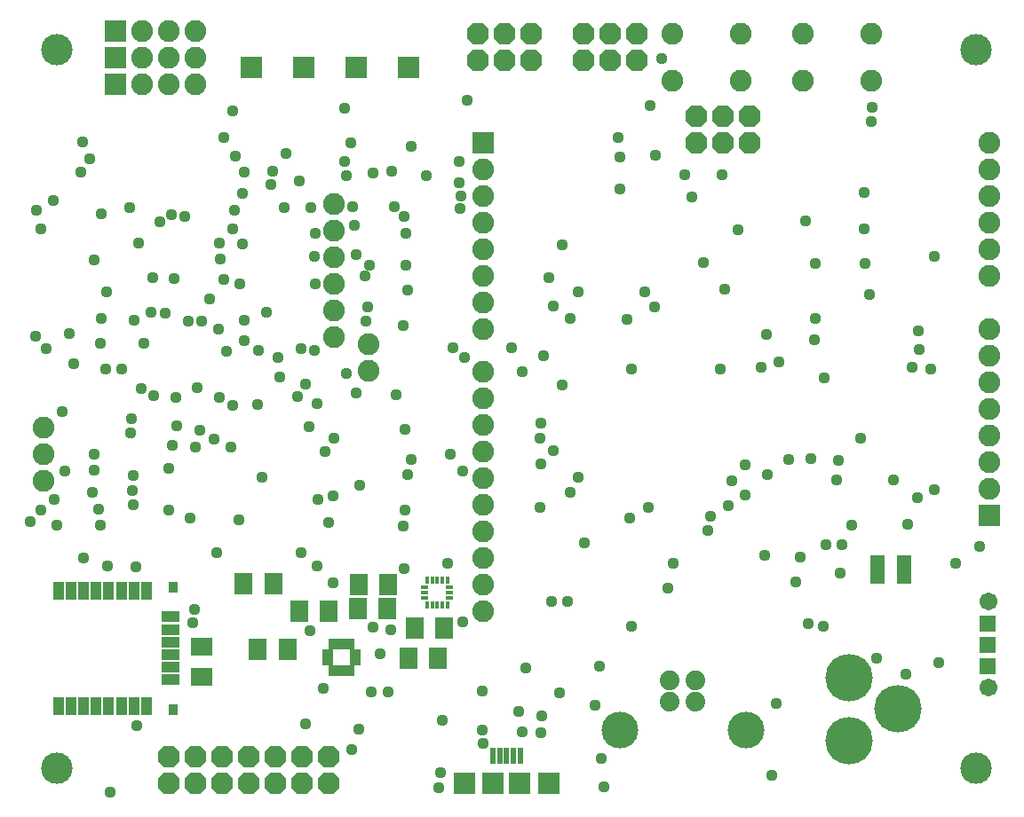
<source format=gbs>
G75*
%MOIN*%
%OFA0B0*%
%FSLAX25Y25*%
%IPPOS*%
%LPD*%
%AMOC8*
5,1,8,0,0,1.08239X$1,22.5*
%
%ADD10C,0.17800*%
%ADD11R,0.08200X0.08200*%
%ADD12C,0.08200*%
%ADD13C,0.11824*%
%ADD14OC8,0.08200*%
%ADD15R,0.05950X0.05950*%
%ADD16C,0.06706*%
%ADD17R,0.08477X0.08477*%
%ADD18C,0.07400*%
%ADD19C,0.13800*%
%ADD20R,0.07898X0.07099*%
%ADD21R,0.01784X0.02769*%
%ADD22R,0.02769X0.01784*%
%ADD23R,0.07099X0.07887*%
%ADD24R,0.03950X0.06706*%
%ADD25R,0.06706X0.03950*%
%ADD26R,0.03300X0.03950*%
%ADD27R,0.01981X0.03950*%
%ADD28R,0.03950X0.01981*%
%ADD29R,0.07099X0.07898*%
%ADD30R,0.02178X0.06312*%
%ADD31R,0.07887X0.08280*%
%ADD32R,0.08280X0.08280*%
%ADD33R,0.05800X0.10800*%
%ADD34C,0.04369*%
D10*
X0315967Y0035928D03*
X0334471Y0047739D03*
X0315967Y0059550D03*
D11*
X0368667Y0120613D03*
X0178667Y0260613D03*
X0040667Y0282613D03*
X0040667Y0292613D03*
X0040667Y0302613D03*
D12*
X0050667Y0302613D03*
X0060667Y0302613D03*
X0070667Y0302613D03*
X0070667Y0292613D03*
X0060667Y0292613D03*
X0050667Y0292613D03*
X0050667Y0282613D03*
X0060667Y0282613D03*
X0070667Y0282613D03*
X0122767Y0237613D03*
X0122767Y0227613D03*
X0122767Y0217613D03*
X0122767Y0207613D03*
X0122767Y0197613D03*
X0122767Y0187613D03*
X0135667Y0184813D03*
X0135667Y0174813D03*
X0178667Y0174613D03*
X0178667Y0164613D03*
X0178667Y0154613D03*
X0178667Y0144613D03*
X0178667Y0134613D03*
X0178667Y0124613D03*
X0178667Y0114613D03*
X0178667Y0104613D03*
X0178667Y0094613D03*
X0178667Y0084613D03*
X0178667Y0190613D03*
X0178667Y0200613D03*
X0178667Y0210613D03*
X0178667Y0220613D03*
X0178667Y0230613D03*
X0178667Y0240613D03*
X0178667Y0250613D03*
X0249867Y0283713D03*
X0249867Y0301513D03*
X0275467Y0301513D03*
X0275467Y0283713D03*
X0298867Y0283713D03*
X0298867Y0301513D03*
X0324467Y0301513D03*
X0324467Y0283713D03*
X0368667Y0260613D03*
X0368667Y0250613D03*
X0368667Y0240613D03*
X0368667Y0230613D03*
X0368667Y0220613D03*
X0368667Y0210613D03*
X0368667Y0190613D03*
X0368667Y0180613D03*
X0368667Y0170613D03*
X0368667Y0160613D03*
X0368667Y0150613D03*
X0368667Y0140613D03*
X0368667Y0130613D03*
X0013667Y0133613D03*
X0013667Y0143613D03*
X0013667Y0153613D03*
D13*
X0018667Y0025613D03*
X0018667Y0295613D03*
X0363667Y0295613D03*
X0363667Y0025613D03*
D14*
X0120667Y0029813D03*
X0110667Y0029813D03*
X0100667Y0029813D03*
X0090667Y0029813D03*
X0080667Y0029813D03*
X0070667Y0029813D03*
X0060667Y0029813D03*
X0060667Y0019813D03*
X0070667Y0019813D03*
X0080667Y0019813D03*
X0090667Y0019813D03*
X0100667Y0019813D03*
X0110667Y0019813D03*
X0120667Y0019813D03*
X0258667Y0260613D03*
X0258667Y0270613D03*
X0268667Y0270613D03*
X0278667Y0270613D03*
X0278667Y0260613D03*
X0268667Y0260613D03*
X0236367Y0291613D03*
X0226367Y0291613D03*
X0216367Y0291613D03*
X0216367Y0301613D03*
X0226367Y0301613D03*
X0236367Y0301613D03*
X0196667Y0301613D03*
X0186667Y0301613D03*
X0176667Y0301613D03*
X0176667Y0291613D03*
X0186667Y0291613D03*
X0196667Y0291613D03*
D15*
X0368167Y0079687D03*
X0368167Y0071813D03*
X0368167Y0063939D03*
D16*
X0368324Y0055671D03*
X0368324Y0087954D03*
D17*
X0150752Y0288913D03*
X0131067Y0288913D03*
X0111352Y0288913D03*
X0091667Y0288913D03*
D18*
X0248745Y0058413D03*
X0258588Y0058413D03*
X0258588Y0050613D03*
X0248745Y0050613D03*
D19*
X0229967Y0039913D03*
X0277367Y0039913D03*
D20*
X0073067Y0059914D03*
X0073067Y0071111D03*
D21*
X0157630Y0086728D03*
X0159598Y0086728D03*
X0161567Y0086728D03*
X0163535Y0086728D03*
X0165504Y0086728D03*
X0165504Y0096098D03*
X0163535Y0096098D03*
X0161567Y0096098D03*
X0159598Y0096098D03*
X0157630Y0096098D03*
D22*
X0156882Y0093381D03*
X0156882Y0091413D03*
X0156882Y0089444D03*
X0166252Y0089444D03*
X0166252Y0091413D03*
X0166252Y0093381D03*
D23*
X0164178Y0078013D03*
X0153155Y0078013D03*
X0142878Y0085413D03*
X0142978Y0094413D03*
X0131955Y0094413D03*
X0131855Y0085413D03*
X0120678Y0084613D03*
X0109655Y0084613D03*
X0105278Y0070113D03*
X0094255Y0070113D03*
X0150755Y0066913D03*
X0161778Y0066913D03*
D24*
X0052424Y0048821D03*
X0047700Y0048821D03*
X0042975Y0048821D03*
X0038251Y0048821D03*
X0033527Y0048821D03*
X0028802Y0048821D03*
X0024078Y0048821D03*
X0019353Y0048821D03*
X0019353Y0092128D03*
X0024078Y0092128D03*
X0028802Y0092128D03*
X0033527Y0092128D03*
X0038251Y0092128D03*
X0042975Y0092128D03*
X0047700Y0092128D03*
X0052424Y0092128D03*
D25*
X0061282Y0082286D03*
X0061282Y0077561D03*
X0061282Y0072837D03*
X0061282Y0068113D03*
X0061282Y0063388D03*
X0061282Y0058664D03*
D26*
X0062345Y0047443D03*
X0062345Y0093506D03*
D27*
X0121630Y0072052D03*
X0123598Y0072052D03*
X0125567Y0072052D03*
X0127535Y0072052D03*
X0129504Y0072052D03*
X0129504Y0061973D03*
X0127535Y0061973D03*
X0125567Y0061973D03*
X0123598Y0061973D03*
X0121630Y0061973D03*
D28*
X0120527Y0065044D03*
X0120527Y0067013D03*
X0120527Y0068981D03*
X0130606Y0068981D03*
X0130606Y0067013D03*
X0130606Y0065044D03*
D29*
X0100065Y0094713D03*
X0088868Y0094713D03*
D30*
X0182449Y0030246D03*
X0185008Y0030246D03*
X0187567Y0030246D03*
X0190126Y0030246D03*
X0192685Y0030246D03*
D31*
X0203315Y0019813D03*
X0171819Y0019813D03*
D32*
X0182567Y0019813D03*
X0192567Y0019813D03*
D33*
X0326667Y0100113D03*
X0336667Y0100113D03*
D34*
X0338167Y0117013D03*
X0341767Y0127113D03*
X0348167Y0130113D03*
X0332667Y0133913D03*
X0320367Y0149313D03*
X0312067Y0141013D03*
X0311267Y0133913D03*
X0301867Y0141913D03*
X0293267Y0141613D03*
X0285467Y0135813D03*
X0276967Y0139613D03*
X0271967Y0133613D03*
X0277067Y0128013D03*
X0270867Y0124213D03*
X0264067Y0120013D03*
X0263167Y0114913D03*
X0249967Y0102413D03*
X0247967Y0093213D03*
X0234467Y0078813D03*
X0222367Y0063713D03*
X0207267Y0053713D03*
X0200767Y0045013D03*
X0200467Y0038913D03*
X0193467Y0039213D03*
X0191967Y0046813D03*
X0178567Y0039813D03*
X0178767Y0034813D03*
X0163567Y0043413D03*
X0178567Y0054613D03*
X0194667Y0063013D03*
X0170967Y0080313D03*
X0148967Y0100613D03*
X0165567Y0102613D03*
X0148867Y0116513D03*
X0149567Y0122613D03*
X0150267Y0135813D03*
X0151667Y0141613D03*
X0149267Y0152813D03*
X0146167Y0165813D03*
X0131167Y0166413D03*
X0127467Y0173913D03*
X0115267Y0182613D03*
X0110267Y0183113D03*
X0101667Y0179713D03*
X0102267Y0172413D03*
X0108967Y0165213D03*
X0112167Y0169713D03*
X0116567Y0162313D03*
X0113367Y0153713D03*
X0122667Y0149613D03*
X0119367Y0144413D03*
X0132467Y0131813D03*
X0122567Y0127713D03*
X0116767Y0126513D03*
X0120667Y0117813D03*
X0110567Y0106613D03*
X0116467Y0101613D03*
X0122567Y0095113D03*
X0113667Y0077113D03*
X0137267Y0078413D03*
X0143967Y0077613D03*
X0140167Y0068513D03*
X0143167Y0054113D03*
X0136667Y0054213D03*
X0118867Y0055413D03*
X0112067Y0042213D03*
X0129467Y0032613D03*
X0132067Y0040013D03*
X0162767Y0023813D03*
X0162167Y0018013D03*
X0220867Y0049113D03*
X0223067Y0029113D03*
X0224067Y0018313D03*
X0287167Y0022813D03*
X0288667Y0049913D03*
X0306367Y0078813D03*
X0300667Y0079913D03*
X0296067Y0095413D03*
X0297867Y0104813D03*
X0307367Y0109513D03*
X0313467Y0109613D03*
X0317167Y0116813D03*
X0312767Y0098913D03*
X0284567Y0105313D03*
X0240867Y0123613D03*
X0233667Y0119613D03*
X0216867Y0110213D03*
X0199967Y0123313D03*
X0211267Y0129213D03*
X0214367Y0134713D03*
X0205067Y0144813D03*
X0200467Y0139713D03*
X0200167Y0149613D03*
X0200467Y0155213D03*
X0208267Y0169613D03*
X0201567Y0180313D03*
X0193467Y0174413D03*
X0189567Y0183313D03*
X0171667Y0179913D03*
X0167467Y0183313D03*
X0148667Y0191713D03*
X0134767Y0193613D03*
X0135467Y0198813D03*
X0134467Y0210313D03*
X0135967Y0214613D03*
X0130967Y0218413D03*
X0130267Y0229413D03*
X0129767Y0236313D03*
X0115867Y0226613D03*
X0115367Y0217713D03*
X0115767Y0207313D03*
X0097367Y0196813D03*
X0089067Y0193813D03*
X0079267Y0190513D03*
X0073167Y0193613D03*
X0068167Y0193613D03*
X0059467Y0196613D03*
X0053967Y0196713D03*
X0047667Y0193813D03*
X0051467Y0185113D03*
X0042967Y0175613D03*
X0037167Y0175513D03*
X0034967Y0185013D03*
X0035267Y0194413D03*
X0037367Y0204513D03*
X0032767Y0216413D03*
X0049267Y0222713D03*
X0057367Y0230813D03*
X0061667Y0233413D03*
X0066667Y0232913D03*
X0079867Y0222713D03*
X0084867Y0228113D03*
X0088567Y0222613D03*
X0079967Y0216713D03*
X0081267Y0209013D03*
X0087367Y0207413D03*
X0076167Y0201813D03*
X0062667Y0209513D03*
X0054667Y0209713D03*
X0035367Y0233813D03*
X0046167Y0236113D03*
X0027767Y0249513D03*
X0031167Y0254313D03*
X0028367Y0260913D03*
X0017367Y0238713D03*
X0011167Y0235113D03*
X0012667Y0228013D03*
X0010667Y0187813D03*
X0014667Y0183113D03*
X0023367Y0188913D03*
X0025067Y0177513D03*
X0020667Y0159613D03*
X0032667Y0143613D03*
X0032767Y0137413D03*
X0032167Y0129213D03*
X0034567Y0122713D03*
X0035067Y0116713D03*
X0047267Y0124413D03*
X0047167Y0129713D03*
X0047367Y0135613D03*
X0060867Y0138213D03*
X0061967Y0146813D03*
X0063867Y0154113D03*
X0072267Y0152613D03*
X0077767Y0149013D03*
X0084067Y0146113D03*
X0070767Y0146213D03*
X0084867Y0161713D03*
X0079867Y0164713D03*
X0071567Y0168513D03*
X0063367Y0164813D03*
X0054967Y0165613D03*
X0050267Y0168213D03*
X0046767Y0156713D03*
X0046567Y0151513D03*
X0021667Y0137013D03*
X0017667Y0126613D03*
X0012667Y0122613D03*
X0008767Y0118013D03*
X0018667Y0116913D03*
X0028667Y0104413D03*
X0037767Y0101613D03*
X0048267Y0101213D03*
X0070267Y0085113D03*
X0069867Y0080013D03*
X0078767Y0106313D03*
X0087167Y0118713D03*
X0068867Y0119413D03*
X0060867Y0122513D03*
X0095767Y0134913D03*
X0094167Y0162113D03*
X0094267Y0182513D03*
X0089067Y0186213D03*
X0082467Y0182213D03*
X0085567Y0235213D03*
X0088467Y0241313D03*
X0088967Y0249313D03*
X0085667Y0255313D03*
X0081467Y0262613D03*
X0084667Y0272613D03*
X0104667Y0256613D03*
X0099667Y0249813D03*
X0098967Y0244713D03*
X0109867Y0246113D03*
X0114067Y0236213D03*
X0104067Y0236213D03*
X0127467Y0248213D03*
X0126667Y0253613D03*
X0137467Y0249113D03*
X0144367Y0249913D03*
X0151767Y0259113D03*
X0157567Y0248113D03*
X0169667Y0245613D03*
X0170267Y0240513D03*
X0169967Y0235813D03*
X0169767Y0253613D03*
X0149167Y0232713D03*
X0145367Y0236313D03*
X0149867Y0226513D03*
X0149667Y0214513D03*
X0150267Y0205113D03*
X0203467Y0209813D03*
X0214367Y0204413D03*
X0211267Y0194313D03*
X0205067Y0199113D03*
X0208267Y0222113D03*
X0230067Y0243213D03*
X0230067Y0255113D03*
X0229367Y0262613D03*
X0243367Y0255913D03*
X0254467Y0248313D03*
X0257167Y0240213D03*
X0268467Y0248613D03*
X0274267Y0227913D03*
X0261567Y0215613D03*
X0269267Y0205513D03*
X0285167Y0188313D03*
X0289767Y0178013D03*
X0282967Y0176213D03*
X0267767Y0175513D03*
X0242967Y0198913D03*
X0239467Y0204313D03*
X0232867Y0194213D03*
X0234367Y0175413D03*
X0170967Y0137013D03*
X0166467Y0143513D03*
X0204267Y0088113D03*
X0210567Y0088113D03*
X0306667Y0172213D03*
X0303067Y0186513D03*
X0303567Y0194613D03*
X0303567Y0215113D03*
X0299667Y0231213D03*
X0321667Y0228213D03*
X0322167Y0215213D03*
X0323867Y0203313D03*
X0342067Y0189813D03*
X0342467Y0182813D03*
X0339867Y0176113D03*
X0346767Y0175413D03*
X0348167Y0217713D03*
X0321667Y0241713D03*
X0324267Y0268513D03*
X0324667Y0273913D03*
X0245767Y0292213D03*
X0241467Y0274313D03*
X0172667Y0276513D03*
X0126667Y0273613D03*
X0129167Y0260613D03*
X0355967Y0102413D03*
X0365067Y0108713D03*
X0326267Y0066713D03*
X0337567Y0060913D03*
X0349767Y0065011D03*
X0048667Y0041613D03*
X0038667Y0016613D03*
M02*

</source>
